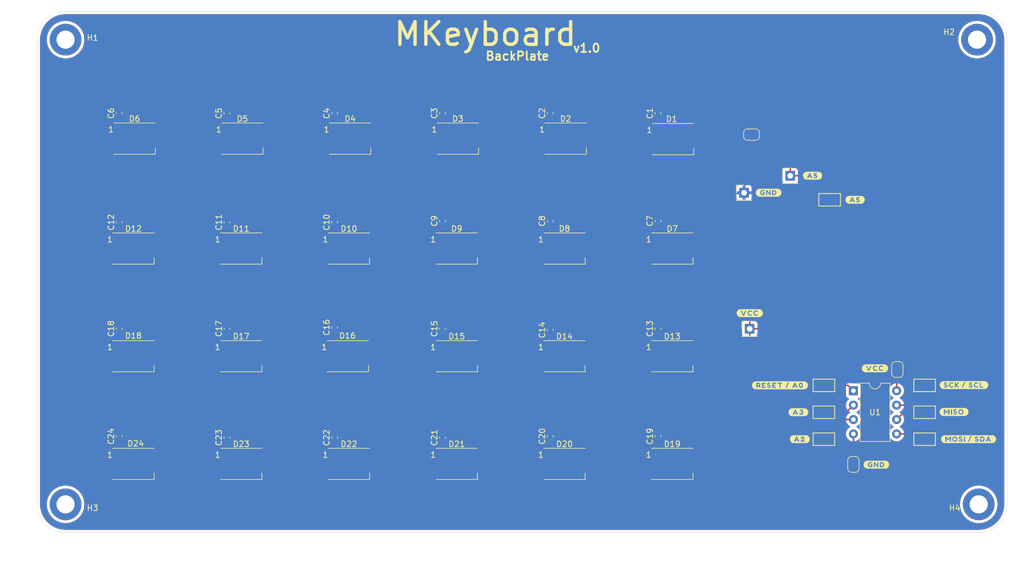
<source format=kicad_pcb>
(kicad_pcb (version 20210228) (generator pcbnew)
  (title_block (title "Macros Keyboard RGB Backplate") (date "2021-04-18") (rev "1.0"))
  (layers (0 "F.Cu" signal) (31 "B.Cu" signal) (34 "B.Paste" user) (35 "F.Paste" user) (36 "B.SilkS" user "B.Silkscreen") (37 "F.SilkS" user "F.Silkscreen") (38 "B.Mask" user) (39 "F.Mask" user) (44 "Edge.Cuts" user))
  (net 0 "")
  (net 1 "Net-(D1-Pad2)")
  (net 2 "VCC")
  (net 3 "GND")
  (net 4 "Net-(D2-Pad2)")
  (net 5 "Net-(D3-Pad2)")
  (net 6 "/A5")
  (net 7 "Net-(D4-Pad2)")
  (net 8 "Net-(D5-Pad2)")
  (net 9 "Net-(D6-Pad2)")
  (net 10 "Net-(D7-Pad2)")
  (net 11 "Net-(D8-Pad2)")
  (net 12 "Net-(D10-Pad4)")
  (net 13 "Net-(D10-Pad2)")
  (net 14 "Net-(D11-Pad2)")
  (net 15 "Net-(D12-Pad2)")
  (net 16 "Net-(D13-Pad2)")
  (net 17 "Net-(D14-Pad2)")
  (net 18 "Net-(D15-Pad2)")
  (net 19 "Net-(D16-Pad2)")
  (net 20 "Net-(D17-Pad2)")
  (net 21 "Net-(D18-Pad2)")
  (net 22 "Net-(D19-Pad2)")
  (net 23 "Net-(D20-Pad2)")
  (net 24 "Net-(D21-Pad2)")
  (net 25 "Net-(D22-Pad2)")
  (net 26 "Net-(D23-Pad2)")
  (net 28 "Net-(D1-Pad4)")
  (net 29 "Net-(TP2-Pad1)")
  (net 30 "Net-(TP3-Pad1)")
  (net 31 "Net-(TP5-Pad1)")
  (net 32 "Net-(TP6-Pad1)")
  (net 33 "Net-(TP7-Pad1)")
  (net 34 "Net-(TP9-Pad1)")
  (net 35 "Net-(TP10-Pad1)")
  (net 36 "Net-(TP11-Pad1)")
  (footprint "Capacitor_SMD:C_0603_1608Metric" (layer "F.Cu") (at 131 64 90)
    (fp_text reference "C3")
    (fp_text value "100nF")
  )
  (footprint "Capacitor_SMD:C_0603_1608Metric" (layer "F.Cu") (at 112 64 90)
    (fp_text reference "C4")
    (fp_text value "100nF")
  )
  (footprint "MountingHole:MountingHole_3.2mm_M3_DIN965_Pad" (layer "F.Cu") (at 64.544875 132.99875)
    (fp_text reference "H3")
    (fp_text value "MountingHole")
  )
  (footprint "LED_SMD:LED_WS2812B_PLCC4_5.0x5.0mm_P3.2mm" (layer "F.Cu") (at 152.51 106.86)
    (fp_text reference "D14")
    (fp_text value "WS2812B")
  )
  (footprint "Capacitor_SMD:C_0603_1608Metric" (layer "F.Cu") (at 150 64 90)
    (fp_text reference "C2")
    (fp_text value "100nF")
  )
  (footprint "" (layer "F.Cu") (at 180.856125 86.36)
    (fp_text reference "")
    (fp_text value "")
  )
  (footprint "Jumper:SolderJumper-2_P1.3mm_Open_RoundedPad1.0x1.5mm" (layer "F.Cu") (at 211.2 109.2 90)
    (fp_text reference "TP2")
    (fp_text value "VCC")
  )
  (footprint "Capacitor_SMD:C_0603_1608Metric" (layer "F.Cu") (at 169 102 90)
    (fp_text reference "C13")
    (fp_text value "100nF")
  )
  (footprint "buzzardLabel" (layer "F.Cu") (at 194 121.5)
    (fp_text reference "")
    (fp_text value "")
  )
  (footprint "LED_SMD:LED_WS2812B_PLCC4_5.0x5.0mm_P3.2mm" (layer "F.Cu") (at 133.51 106.86)
    (fp_text reference "D15")
    (fp_text value "WS2812B")
  )
  (footprint "Capacitor_SMD:C_0603_1608Metric" (layer "F.Cu") (at 150 102.225 90)
    (fp_text reference "C14")
    (fp_text value "100nF")
  )
  (footprint "LED_SMD:LED_WS2812B_PLCC4_5.0x5.0mm_P3.2mm" (layer "F.Cu") (at 114.31 106.86)
    (fp_text reference "D16")
    (fp_text value "WS2812B")
  )
  (footprint "TestPoint:TestPoint_Keystone_5015_Micro-Minature" (layer "F.Cu") (at 216 116.75)
    (fp_text reference "TP6")
    (fp_text value "MISO")
  )
  (footprint "Capacitor_SMD:C_0603_1608Metric" (layer "F.Cu") (at 169 121 90)
    (fp_text reference "C19")
    (fp_text value "100nF")
  )
  (footprint "Capacitor_SMD:C_0603_1608Metric" (layer "F.Cu") (at 74 102 90)
    (fp_text reference "C18")
    (fp_text value "100nF")
  )
  (footprint "Capacitor_SMD:C_0603_1608Metric" (layer "F.Cu") (at 93 121.225 90)
    (fp_text reference "C23")
    (fp_text value "100nF")
  )
  (footprint "LED_SMD:LED_WS2812B_PLCC4_5.0x5.0mm_P3.2mm" (layer "F.Cu") (at 95.51 125.86)
    (fp_text reference "D23")
    (fp_text value "WS2812B")
  )
  (footprint "MountingHole:MountingHole_3.2mm_M3_DIN965_Pad" (layer "F.Cu") (at 225.544875 132.99875)
    (fp_text reference "H4")
    (fp_text value "MountingHole")
  )
  (footprint "LED_SMD:LED_WS2812B_PLCC4_5.0x5.0mm_P3.2mm" (layer "F.Cu") (at 133.71 68.46)
    (fp_text reference "D3")
    (fp_text value "WS2812B")
  )
  (footprint "TestPoint:TestPoint_Keystone_5015_Micro-Minature" (layer "F.Cu") (at 198.25 121.5)
    (fp_text reference "TP10")
    (fp_text value "A2")
  )
  (footprint "" (layer "F.Cu") (at 172.856125 89.36)
    (fp_text reference "")
    (fp_text value "")
  )
  (footprint "Capacitor_SMD:C_0603_1608Metric" (layer "F.Cu") (at 169 83 90)
    (fp_text reference "C7")
    (fp_text value "100nF")
  )
  (footprint "LED_SMD:LED_WS2812B_PLCC4_5.0x5.0mm_P3.2mm" (layer "F.Cu") (at 133.51 87.86)
    (fp_text reference "D9")
    (fp_text value "WS2812B")
  )
  (footprint "Capacitor_SMD:C_0603_1608Metric" (layer "F.Cu") (at 93 64 90)
    (fp_text reference "C5")
    (fp_text value "100nF")
  )
  (footprint "Capacitor_SMD:C_0603_1608Metric" (layer "F.Cu") (at 150 83 90)
    (fp_text reference "C8")
    (fp_text value "100nF")
  )
  (footprint "TestPoint:TestPoint_Keystone_5015_Micro-Minature" (layer "F.Cu") (at 198.25 116.75)
    (fp_text reference "TP9")
    (fp_text value "A3")
  )
  (footprint "TestPoint:TestPoint_Keystone_5015_Micro-Minature" (layer "F.Cu") (at 198.25 112)
    (fp_text reference "TP11")
    (fp_text value "RESET_A0")
  )
  (footprint "buzzardLabel" (layer "F.Cu") (at 221.195 116.695)
    (fp_text reference "")
    (fp_text value "")
  )
  (footprint "LED_SMD:LED_WS2812B_PLCC4_5.0x5.0mm_P3.2mm" (layer "F.Cu") (at 171.51 87.86)
    (fp_text reference "D7")
    (fp_text value "WS2812B")
  )
  (footprint "Capacitor_SMD:C_0603_1608Metric" (layer "F.Cu") (at 74 121 90)
    (fp_text reference "C24")
    (fp_text value "100nF")
  )
  (footprint "buzzardLabel" (layer "F.Cu") (at 190.5 112)
    (fp_text reference "")
    (fp_text value "")
  )
  (footprint "Capacitor_SMD:C_0603_1608Metric" (layer "F.Cu") (at 150 121 90)
    (fp_text reference "C20")
    (fp_text value "100nF")
  )
  (footprint "Capacitor_SMD:C_0603_1608Metric" (layer "F.Cu") (at 112 101.775 90)
    (fp_text reference "C16")
    (fp_text value "100nF")
  )
  (footprint "" (layer "F.Cu") (at 184.17875 83.74875)
    (fp_text reference "")
    (fp_text value "")
  )
  (footprint "LED_SMD:LED_WS2812B_PLCC4_5.0x5.0mm_P3.2mm" (layer "F.Cu") (at 95.71 68.46)
    (fp_text reference "D5")
    (fp_text value "WS2812B")
  )
  (footprint "Capacitor_SMD:C_0603_1608Metric" (layer "F.Cu") (at 112 121.225 90)
    (fp_text reference "C22")
    (fp_text value "100nF")
  )
  (footprint "Capacitor_SMD:C_0603_1608Metric" (layer "F.Cu") (at 169 64 90)
    (fp_text reference "C1")
    (fp_text value "100nF")
  )
  (footprint "buzzardLabel" (layer "F.Cu") (at 203.75 79.25)
    (fp_text reference "")
    (fp_text value "")
  )
  (footprint "TestPoint:TestPoint_Keystone_5015_Micro-Minature" (layer "F.Cu") (at 216 112)
    (fp_text reference "TP7")
    (fp_text value "SCK_SCL")
  )
  (footprint "LED_SMD:LED_WS2812B_PLCC4_5.0x5.0mm_P3.2mm" (layer "F.Cu") (at 171.65 68.55)
    (fp_text reference "D1")
    (fp_text value "WS2812B")
  )
  (footprint "LED_SMD:LED_WS2812B_PLCC4_5.0x5.0mm_P3.2mm" (layer "F.Cu") (at 171.51 125.86)
    (fp_text reference "D19")
    (fp_text value "WS2812B")
  )
  (footprint "MountingHole:MountingHole_3.2mm_M3_DIN965_Pad" (layer "F.Cu") (at 225.244875 50.99875)
    (fp_text reference "H2")
    (fp_text value "MountingHole")
  )
  (footprint "MountingHole:MountingHole_3.2mm_M3_DIN965_Pad" (layer "F.Cu") (at 64.544875 50.99875)
    (fp_text reference "H1")
    (fp_text value "MountingHole")
  )
  (footprint "Jumper:SolderJumper-2_P1.3mm_Open_RoundedPad1.0x1.5mm" (layer "F.Cu") (at 203.45 125.95 -90)
    (fp_text reference "TP3")
    (fp_text value "GND")
  )
  (footprint "Capacitor_SMD:C_0603_1608Metric" (layer "F.Cu") (at 131 121.225 90)
    (fp_text reference "C21")
    (fp_text value "100nF")
  )
  (footprint "Connector_PinHeader_2.54mm:PinHeader_1x01_P2.54mm_Vertical" (layer "F.Cu") (at 185.166125 102.02)
    (fp_text reference "TP1")
    (fp_text value "VCC")
  )
  (footprint "buzzardLabel" (layer "F.Cu") (at 222.945 111.945)
    (fp_text reference "")
    (fp_text value "")
  )
  (footprint "LED_SMD:LED_WS2812B_PLCC4_5.0x5.0mm_P3.2mm" (layer "F.Cu") (at 152.51 87.86)
    (fp_text reference "D8")
    (fp_text value "WS2812B")
  )
  (footprint "LED_SMD:LED_WS2812B_PLCC4_5.0x5.0mm_P3.2mm" (layer "F.Cu") (at 114.51 125.86)
    (fp_text reference "D22")
    (fp_text value "WS2812B")
  )
  (footprint "buzzardLabel" (layer "F.Cu") (at 196.25 75)
    (fp_text reference "")
    (fp_text value "")
  )
  (footprint "LED_SMD:LED_WS2812B_PLCC4_5.0x5.0mm_P3.2mm" (layer "F.Cu") (at 95.51 87.86)
    (fp_text reference "D11")
    (fp_text value "WS2812B")
  )
  (footprint "TestPoint:TestPoint_Keystone_5015_Micro-Minature" (layer "F.Cu") (at 199.25 79.25)
    (fp_text reference "TP13")
    (fp_text value "A5")
  )
  (footprint "LED_SMD:LED_WS2812B_PLCC4_5.0x5.0mm_P3.2mm" (layer "F.Cu") (at 76.51 106.86)
    (fp_text reference "D18")
    (fp_text value "WS2812B")
  )
  (footprint "" (layer "F.Cu") (at 214.234875 144.33875)
    (fp_text reference "")
    (fp_text value "")
  )
  (footprint "LED_SMD:LED_WS2812B_PLCC4_5.0x5.0mm_P3.2mm" (layer "F.Cu") (at 76.51 125.86)
    (fp_text reference "D24")
    (fp_text value "WS2812B")
  )
  (footprint "LED_SMD:LED_WS2812B_PLCC4_5.0x5.0mm_P3.2mm" (layer "F.Cu") (at 152.51 125.86)
    (fp_text reference "D20")
    (fp_text value "WS2812B")
  )
  (footprint "Capacitor_SMD:C_0603_1608Metric" (layer "F.Cu") (at 93 83.225 90)
    (fp_text reference "C11")
    (fp_text value "100nF")
  )
  (footprint "Jumper:SolderJumper-2_P1.3mm_Open_RoundedPad1.0x1.5mm" (layer "F.Cu") (at 185.5 67.75)
    (fp_text reference "TP12")
    (fp_text value "A5")
  )
  (footprint "buzzardLabel" (layer "F.Cu") (at 207.5 126)
    (fp_text reference "")
    (fp_text value "")
  )
  (footprint "Capacitor_SMD:C_0603_1608Metric" (layer "F.Cu") (at 74 83.225 90)
    (fp_text reference "C12")
    (fp_text value "100nF")
  )
  (footprint "LED_SMD:LED_WS2812B_PLCC4_5.0x5.0mm_P3.2mm" (layer "F.Cu") (at 114.51 87.86)
    (fp_text reference "D10")
    (fp_text value "WS2812B")
  )
  (footprint "LED_SMD:LED_WS2812B_PLCC4_5.0x5.0mm_P3.2mm" (layer "F.Cu") (at 76.71 68.46)
    (fp_text reference "D6")
    (fp_text value "WS2812B")
  )
  (footprint "Capacitor_SMD:C_0603_1608Metric" (layer "F.Cu") (at 112 83.225 90)
    (fp_text reference "C10")
    (fp_text value "100nF")
  )
  (footprint "buzzardLabel" (layer "F.Cu") (at 188.5 78)
    (fp_text reference "")
    (fp_text value "")
  )
  (footprint "Connector_PinHeader_2.54mm:PinHeader_1x01_P2.54mm_Vertical" (layer "F.Cu") (at 184.166125 78.02)
    (fp_text reference "TP8")
    (fp_text value "GND")
  )
  (footprint "LED_SMD:LED_WS2812B_PLCC4_5.0x5.0mm_P3.2mm" (layer "F.Cu") (at 171.51 106.86)
    (fp_text reference "D13")
    (fp_text value "WS2812B")
  )
  (footprint "buzzardLabel" (layer "F.Cu") (at 185.18 99.26)
    (fp_text reference "")
    (fp_text value "")
  )
  (footprint "LED_SMD:LED_WS2812B_PLCC4_5.0x5.0mm_P3.2mm" (layer "F.Cu") (at 95.51 106.86)
    (fp_text reference "D17")
    (fp_text value "WS2812B")
  )
  (footprint "Capacitor_SMD:C_0603_1608Metric" (layer "F.Cu") (at 131 83 90)
    (fp_text reference "C9")
    (fp_text value "100nF")
  )
  (footprint "LED_SMD:LED_WS2812B_PLCC4_5.0x5.0mm_P3.2mm" (layer "F.Cu") (at 133.51 125.86)
    (fp_text reference "D21")
    (fp_text value "WS2812B")
  )
  (footprint "Capacitor_SMD:C_0603_1608Metric" (layer "F.Cu") (at 131 102 90)
    (fp_text reference "C15")
    (fp_text value "100nF")
  )
  (footprint "buzzardLabel" (layer "F.Cu") (at 193.75 116.75)
    (fp_text reference "")
    (fp_text value "")
  )
  (footprint "" (layer "F.Cu") (at 173.856125 113.36)
    (fp_text reference "")
    (fp_text value "")
  )
  (footprint "Capacitor_SMD:C_0603_1608Metric" (layer "F.Cu") (at 74 64 90)
    (fp_text reference "C6")
    (fp_text value "100nF")
  )
  (footprint "LED_SMD:LED_WS2812B_PLCC4_5.0x5.0mm_P3.2mm" (layer "F.Cu") (at 76.51 87.86)
    (fp_text reference "D12")
    (fp_text value "WS2812B")
  )
  (footprint "LED_SMD:LED_WS2812B_PLCC4_5.0x5.0mm_P3.2mm" (layer "F.Cu") (at 114.71 68.46)
    (fp_text reference "D4")
    (fp_text value "WS2812B")
  )
  (footprint "" (layer "F.Cu") (at 53.234875 62.33875)
    (fp_text reference "")
    (fp_text value "")
  )
  (footprint "Package_DIP:DIP-8_W7.62mm" (layer "F.Cu") (at 203.45 112.95)
    (fp_text reference "U1")
    (fp_text value "ATtiny85-20P")
  )
  (footprint "" (layer "F.Cu") (at 213.934875 62.33875)
    (fp_text reference "")
    (fp_text value "")
  )
  (footprint "buzzardLabel" (layer "F.Cu") (at 207.25 109)
    (fp_text reference "")
    (fp_text value "")
  )
  (footprint "TestPoint:TestPoint_Keystone_5015_Micro-Minature" (layer "F.Cu") (at 216 121.5)
    (fp_text reference "TP5")
    (fp_text value "MOSI_SDA")
  )
  (footprint "LED_SMD:LED_WS2812B_PLCC4_5.0x5.0mm_P3.2mm" (layer "F.Cu") (at 152.71 68.46)
    (fp_text reference "D2")
    (fp_text value "WS2812B")
  )
  (footprint "" (layer "F.Cu") (at 53.234875 144.33875)
    (fp_text reference "")
    (fp_text value "")
  )
  (footprint "Connector_PinHeader_2.54mm:PinHeader_1x01_P2.54mm_Vertical" (layer "F.Cu") (at 192.31 75.02)
    (fp_text reference "TP4")
    (fp_text value "A5")
  )
  (footprint "buzzardLabel" (layer "F.Cu") (at 223.75 121.5)
    (fp_text reference "")
    (fp_text value "")
  )
  (footprint "Capacitor_SMD:C_0603_1608Metric" (layer "F.Cu") (at 93 102 90)
    (fp_text reference "C17")
    (fp_text value "100nF")
  )
  (gr_line (start 59.544875 50.99875) (end 59.544875 132.99875) (layer "Edge.Cuts") (width 0.05))
  (gr_arc (start 225.544875 50.99875) (end 225.544875 45.99875) (angle 90) (layer "Edge.Cuts") (width 0.05))
  (gr_line (start 64.544875 137.99875) (end 225.544875 137.99875) (layer "Edge.Cuts") (width 0.05))
  (gr_line (start 230.544875 50.99875) (end 230.544875 132.99875) (layer "Edge.Cuts") (width 0.05))
  (gr_arc (start 64.544875 132.99875) (end 64.544875 137.99875) (angle 90) (layer "Edge.Cuts") (width 0.05))
  (gr_arc (start 225.544875 132.99875) (end 230.544875 132.99875) (angle 90) (layer "Edge.Cuts") (width 0.05))
  (gr_arc (start 64.544875 50.99875) (end 59.544875 50.99875) (angle 90) (layer "Edge.Cuts") (width 0.05))
  (gr_line (start 225.544875 45.99875) (end 64.544875 45.99875) (layer "Edge.Cuts") (width 0.05))
  (gr_text "BackPlate" (at 144.21 53.89) (layer "F.SilkS") (effects (font (size 1.5 1.5) (thickness 0.3))))
  (gr_text "MKeyboard" (at 138.544875 49.99875) (layer "F.SilkS") (effects (font (size 4 4) (thickness 0.6))))
  (gr_text "v1.0" (at 156.416125 52.49) (layer "F.SilkS") (effects (font (size 1.5 1.5) (thickness 0.3))))
  (segment (start 158.45 70.15) (end 155.16 66.86) (width 0.25) (layer "F.Cu") (net 1))
  (segment (start 169.2 70.15) (end 158.45 70.15) (width 0.25) (layer "F.Cu") (net 1))
  (segment (start 171 122) (end 172 123) (width 0.25) (layer "F.Cu") (net 2))
  (segment (start 131 83.775) (end 112.225 83.775) (width 0.25) (layer "F.Cu") (net 2))
  (segment (start 184 107) (end 184 108) (width 0.25) (layer "F.Cu") (net 2))
  (segment (start 93 122) (end 74.225 122) (width 0.25) (layer "F.Cu") (net 2))
  (segment (start 131 66.6) (end 131.26 66.86) (width 0.25) (layer "F.Cu") (net 2))
  (segment (start 169 83.775) (end 169 86.2) (width 0.25) (layer "F.Cu") (net 2))
  (segment (start 169 86.2) (end 169.06 86.26) (width 0.25) (layer "F.Cu") (net 2))
  (segment (start 112 84) (end 93 84) (width 0.25) (layer "F.Cu") (net 2))
  (segment (start 93 64.775) (end 93 66.6) (width 0.25) (layer "F.Cu") (net 2))
  (segment (start 131.225 121.775) (end 131 122) (width 0.25) (layer "F.Cu") (net 2))
  (segment (start 169 121.775) (end 150 121.775) (width 0.25) (layer "F.Cu") (net 2))
  (segment (start 150 124.2) (end 150.06 124.26) (width 0.25) (layer "F.Cu") (net 2))
  (segment (start 112 86.2) (end 112.06 86.26) (width 0.25) (layer "F.Cu") (net 2))
  (segment (start 184 124) (end 184 107) (width 0.25) (layer "F.Cu") (net 2))
  (segment (start 131 86.2) (end 131.06 86.26) (width 0.25) (layer "F.Cu") (net 2))
  (segment (start 150.26 65.035) (end 150 64.775) (width 0.25) (layer "F.Cu") (net 2))
  (segment (start 185.166125 89.166125) (end 185.166125 102.02) (width 0.25) (layer "F.Cu") (net 2))
  (segment (start 169 102.775) (end 170.775 102.775) (width 0.25) (layer "F.Cu") (net 2))
  (segment (start 204.65 102) (end 204 102) (width 0.25) (layer "F.Cu") (net 2))
  (segment (start 93 84) (end 93 86.2) (width 0.25) (layer "F.Cu") (net 2))
  (segment (start 185.166125 105.833875) (end 184 107) (width 0.25) (layer "F.Cu") (net 2))
  (segment (start 74 105.2) (end 74.06 105.26) (width 0.25) (layer "F.Cu") (net 2))
  (segment (start 112.26 65.035) (end 112 64.775) (width 0.25) (layer "F.Cu") (net 2))
  (segment (start 150.225 102.775) (end 150 103) (width 0.25) (layer "F.Cu") (net 2))
  (segment (start 112.225 83.775) (end 112 84) (width 0.25) (layer "F.Cu") (net 2))
  (segment (start 93 86.2) (end 93.06 86.26) (width 0.25) (layer "F.Cu") (net 2))
  (segment (start 169 64.775) (end 203.775 64.775) (width 0.25) (layer "F.Cu") (net 2))
  (segment (start 150 64.775) (end 131 64.775) (width 0.25) (layer "F.Cu") (net 2))
  (segment (start 207 99) (end 203.98 102.02) (width 0.25) (layer "F.Cu") (net 2))
  (segment (start 74 102.775) (end 74 105.2) (width 0.25) (layer "F.Cu") (net 2))
  (segment (start 93 105.2) (end 93.06 105.26) (width 0.25) (layer "F.Cu") (net 2))
  (segment (start 173 126) (end 182 126) (width 0.25) (layer "F.Cu") (net 2))
  (segment (start 74.26 65.035) (end 74 64.775) (width 0.25) (layer "F.Cu") (net 2))
  (segment (start 112 122) (end 93 122) (width 0.25) (layer "F.Cu") (net 2))
  (segment (start 172 123) (end 172 125) (width 0.25) (layer "F.Cu") (net 2))
  (segment (start 131 124.2) (end 131.06 124.26) (width 0.25) (layer "F.Cu") (net 2))
  (segment (start 170.775 121.775) (end 171 122) (width 0.25) (layer "F.Cu") (net 2))
  (segment (start 203.98 102.02) (end 185.166125 102.02) (width 0.25) (layer "F.Cu") (net 2))
  (segment (start 74 64.775) (end 93 64.775) (width 0.25) (layer "F.Cu") (net 2))
  (segment (start 74 84) (end 74 86.2) (width 0.25) (layer "F.Cu") (net 2))
  (segment (start 112 124.2) (end 112.06 124.26) (width 0.25) (layer "F.Cu") (net 2))
  (segment (start 169 64.775) (end 150 64.775) (width 0.25) (layer "F.Cu") (net 2))
  (segment (start 150 83.775) (end 131 83.775) (width 0.25) (layer "F.Cu") (net 2))
  (segment (start 131 64.775) (end 131 66.6) (width 0.25) (layer "F.Cu") (net 2))
  (segment (start 131 64.775) (end 112 64.775) (width 0.25) (layer "F.Cu") (net 2))
  (segment (start 131 83.775) (end 131 86.2) (width 0.25) (layer "F.Cu") (net 2))
  (segment (start 169 83.775) (end 150 83.775) (width 0.25) (layer "F.Cu") (net 2))
  (segment (start 74.225 122) (end 74 121.775) (width 0.25) (layer "F.Cu") (net 2))
  (segment (start 93 122) (end 93 124.2) (width 0.25) (layer "F.Cu") (net 2))
  (segment (start 112 102.55) (end 112 105.12) (width 0.25) (layer "F.Cu") (net 2))
  (segment (start 74 121.775) (end 74 124.2) (width 0.25) (layer "F.Cu") (net 2))
  (segment (start 150 121.775) (end 150 124.2) (width 0.25) (layer "F.Cu") (net 2))
  (segment (start 169.06 105.26) (end 169.06 102.835) (width 0.25) (layer "F.Cu") (net 2))
  (segment (start 150.26 66.86) (end 150.26 65.035) (width 0.25) (layer "F.Cu") (net 2))
  (segment (start 93 102.775) (end 93 105.2) (width 0.25) (layer "F.Cu") (net 2))
  (segment (start 93.225 102.55) (end 93 102.775) (width 0.25) (layer "F.Cu") (net 2))
  (segment (start 172 85) (end 172 87) (width 0.25) (layer "F.Cu") (net 2))
  (segment (start 93 102.775) (end 74 102.775) (width 0.25) (layer "F.Cu") (net 2))
  (segment (start 172 125) (end 173 126) (width 0.25) (layer "F.Cu") (net 2))
  (segment (start 131 122) (end 131 124.2) (width 0.25) (layer "F.Cu") (net 2))
  (segment (start 150 103) (end 131.225 103) (width 0.25) (layer "F.Cu") (net 2))
  (segment (start 169.06 102.835) (end 169 102.775) (width 0.25) (layer "F.Cu") (net 2))
  (segment (start 93 66.6) (end 93.26 66.86) (width 0.25) (layer "F.Cu") (net 2))
  (segment (start 184 107) (end 172 107) (width 0.25) (layer "F.Cu") (net 2))
  (segment (start 112 122) (end 112 124.2) (width 0.25) (layer "F.Cu") (net 2))
  (segment (start 204 102) (end 203.98 102.02) (width 0.25) (layer "F.Cu") (net 2))
  (segment (start 182 126) (end 184 124) (width 0.25) (layer "F.Cu") (net 2))
  (segment (start 112.225 102.775) (end 112 102.55) (width 0.25) (layer "F.Cu") (net 2))
  (segment (start 150 103) (end 150 105.2) (width 0.25) (layer "F.Cu") (net 2))
  (segment (start 184 88) (end 185.166125 89.166125) (width 0.25) (layer "F.Cu") (net 2))
  (segment (start 131 102.775) (end 131 105.2) (width 0.25) (layer "F.Cu") (net 2))
  (segment (start 74 86.2) (end 74.06 86.26) (width 0.25) (layer "F.Cu") (net 2))
  (segment (start 169 124.2) (end 169.06 124.26) (width 0.25) (layer "F.Cu") (net 2))
  (segment (start 185.166125 102.02) (end 185.166125 105.833875) (width 0.25) (layer "F.Cu") (net 2))
  (segment (start 169 121.775) (end 170.775 121.775) (width 0.25) (layer "F.Cu") (net 2))
  (segment (start 169.2 66.95) (end 169.2 64.975) (width 0.25) (layer "F.Cu") (net 2))
  (segment (start 74.26 66.86) (end 74.26 65.035) (width 0.25) (layer "F.Cu") (net 2))
  (segment (start 112 84) (end 112 86.2) (width 0.25) (layer "F.Cu") (net 2))
  (segment (start 112 105.12) (end 111.86 105.26) (width 0.25) (layer "F.Cu") (net 2))
  (segment (start 169 102.775) (end 150.225 102.775) (width 0.25) (layer "F.Cu") (net 2))
  (segment (start 93 124.2) (end 93.06 124.26) (width 0.25) (layer "F.Cu") (net 2))
  (segment (start 131 122) (end 112 122) (width 0.25) (layer "F.Cu") (net 2))
  (segment (start 112.26 66.86) (end 112.26 65.035) (width 0.25) (layer "F.Cu") (net 2))
  (segment (start 150 121.775) (end 131.225 121.775) (width 0.25) (layer "F.Cu") (net 2))
  (segment (start 203.775 64.775) (end 207 68) (width 0.25) (layer "F.Cu") (net 2))
  (segment (start 150 105.2) (end 150.06 105.26) (width 0.25) (layer "F.Cu") (net 2))
  (segment (start 131.225 103) (end 131 102.775) (width 0.25) (layer "F.Cu") (net 2))
  (segment (start 169 121.775) (end 169 124.2) (width 0.25) (layer "F.Cu") (net 2))
  (segment (start 172 107) (end 171 106) (width 0.25) (layer "F.Cu") (net 2))
  (segment (start 74 124.2) (end 74.06 124.26) (width 0.25) (layer "F.Cu") (net 2))
  (segment (start 112 64.775) (end 93 64.775) (width 0.25) (layer "F.Cu") (net 2))
  (segment (start 172 87) (end 173 88) (width 0.25) (layer "F.Cu") (net 2))
  (segment (start 93 84) (end 74 84) (width 0.25) (layer "F.Cu") (net 2))
  (segment (start 173 88) (end 184 88) (width 0.25) (layer "F.Cu") (net 2))
  (segment (start 150 86.2) (end 150.06 86.26) (width 0.25) (layer "F.Cu") (net 2))
  (segment (start 207 68) (end 207 99) (width 0.25) (layer "F.Cu") (net 2))
  (segment (start 131 105.2) (end 131.06 105.26) (width 0.25) (layer "F.Cu") (net 2))
  (segment (start 169.2 64.975) (end 169 64.775) (width 0.25) (layer "F.Cu") (net 2))
  (segment (start 170.775 83.775) (end 172 85) (width 0.25) (layer "F.Cu") (net 2))
  (segment (start 112 102.55) (end 93.225 102.55) (width 0.25) (layer "F.Cu") (net 2))
  (segment (start 211.2 108.55) (end 204.65 102) (width 0.25) (layer "F.Cu") (net 2))
  (segment (start 169 83.775) (end 170.775 83.775) (width 0.25) (layer "F.Cu") (net 2))
  (segment (start 131 102.775) (end 112.225 102.775) (width 0.25) (layer "F.Cu") (net 2))
  (segment (start 171 103) (end 171 106) (width 0.25) (layer "F.Cu") (net 2))
  (segment (start 170.775 102.775) (end 171 103) (width 0.25) (layer "F.Cu") (net 2))
  (segment (start 150 83.775) (end 150 86.2) (width 0.25) (layer "F.Cu") (net 2))
  (segment (start 139.36 70.06) (end 136.16 66.86) (width 0.25) (layer "F.Cu") (net 4))
  (segment (start 150.26 70.06) (end 139.36 70.06) (width 0.25) (layer "F.Cu") (net 4))
  (segment (start 120.36 70.06) (end 117.16 66.86) (width 0.25) (layer "F.Cu") (net 5))
  (segment (start 131.26 70.06) (end 120.36 70.06) (width 0.25) (layer "F.Cu") (net 5))
  (segment (start 192.31 75.02) (end 198.02 75.02) (width 0.25) (layer "F.Cu") (net 6))
  (segment (start 199.25 76.25) (end 199.25 79.25) (width 0.25) (layer "F.Cu") (net 6))
  (segment (start 190.75 67.75) (end 192.31 69.31) (width 0.25) (layer "F.Cu") (net 6))
  (segment (start 198.02 75.02) (end 199.25 76.25) (width 0.25) (layer "F.Cu") (net 6))
  (segment (start 192.31 69.31) (end 192.31 75.02) (width 0.25) (layer "F.Cu") (net 6))
  (segment (start 186.15 67.75) (end 190.75 67.75) (width 0.25) (layer "F.Cu") (net 6))
  (segment (start 101.36 70.06) (end 98.16 66.86) (width 0.25) (layer "F.Cu") (net 7))
  (segment (start 112.26 70.06) (end 101.36 70.06) (width 0.25) (layer "F.Cu") (net 7))
  (segment (start 82.36 70.06) (end 79.16 66.86) (width 0.25) (layer "F.Cu") (net 8))
  (segment (start 93.26 70.06) (end 82.36 70.06) (width 0.25) (layer "F.Cu") (net 8))
  (segment (start 173 77) (end 76 77) (width 0.25) (layer "F.Cu") (net 9))
  (segment (start 173.96 86.26) (end 173.96 77.96) (width 0.25) (layer "F.Cu") (net 9))
  (segment (start 173.96 77.96) (end 173 77) (width 0.25) (layer "F.Cu") (net 9))
  (segment (start 76 77) (end 74.26 75.26) (width 0.25) (layer "F.Cu") (net 9))
  (segment (start 74.26 75.26) (end 74.26 70.06) (width 0.25) (layer "F.Cu") (net 9))
  (segment (start 169.06 89.46) (end 158.16 89.46) (width 0.25) (layer "F.Cu") (net 10))
  (segment (start 158.16 89.46) (end 154.96 86.26) (width 0.25) (layer "F.Cu") (net 10))
  (segment (start 139.16 89.46) (end 135.96 86.26) (width 0.25) (layer "F.Cu") (net 11))
  (segment (start 150.06 89.46) (end 139.16 89.46) (width 0.25) (layer "F.Cu") (net 11))
  (segment (start 131.06 89.46) (end 120.16 89.46) (width 0.25) (layer "F.Cu") (net 12))
  (segment (start 120.16 89.46) (end 116.96 86.26) (width 0.25) (layer "F.Cu") (net 12))
  (segment (start 112.06 89.46) (end 101.16 89.46) (width 0.25) (layer "F.Cu") (net 13))
  (segment (start 101.16 89.46) (end 97.96 86.26) (width 0.25) (layer "F.Cu") (net 13))
  (segment (start 93.06 89.46) (end 82.16 89.46) (width 0.25) (layer "F.Cu") (net 14))
  (segment (start 82.16 89.46) (end 78.96 86.26) (width 0.25) (layer "F.Cu") (net 14))
  (segment (start 173.96 98.96) (end 171 96) (width 0.25) (layer "F.Cu") (net 15))
  (segment (start 171 96) (end 76 96) (width 0.25) (layer "F.Cu") (net 15))
  (segment (start 74.06 94.06) (end 74.06 89.46) (width 0.25) (layer "F.Cu") (net 15))
  (segment (start 173.96 105.26) (end 173.96 98.96) (width 0.25) (layer "F.Cu") (net 15))
  (segment (start 76 96) (end 74.06 94.06) (width 0.25) (layer "F.Cu") (net 15))
  (segment (start 169.06 108.46) (end 158.16 108.46) (width 0.25) (layer "F.Cu") (net 16))
  (segment (start 158.16 108.46) (end 154.96 105.26) (width 0.25) (layer "F.Cu") (net 16))
  (segment (start 150.06 108.46) (end 139.16 108.46) (width 0.25) (layer "F.Cu") (net 17))
  (segment (start 139.16 108.46) (end 135.96 105.26) (width 0.25) (layer "F.Cu") (net 17))
  (segment (start 119.96 108.46) (end 116.76 105.26) (width 0.25) (layer "F.Cu") (net 18))
  (segment (start 131.06 108.46) (end 119.96 108.46) (width 0.25) (layer "F.Cu") (net 18))
  (segment (start 111.86 108.46) (end 101.16 108.46) (width 0.25) (layer "F.Cu") (net 19))
  (segment (start 101.16 108.46) (end 97.96 105.26) (width 0.25) (layer "F.Cu") (net 19))
  (segment (start 93.06 108.46) (end 82.16 108.46) (width 0.25) (layer "F.Cu") (net 20))
  (segment (start 82.16 108.46) (end 78.96 105.26) (width 0.25) (layer "F.Cu") (net 20))
  (segment (start 77 115) (end 74.06 112.06) (width 0.25) (layer "F.Cu") (net 21))
  (segment (start 74.06 112.06) (end 74.06 108.46) (width 0.25) (layer "F.Cu") (net 21))
  (segment (start 173.96 116.96) (end 172 115) (width 0.25) (layer "F.Cu") (net 21))
  (segment (start 172 115) (end 77 115) (width 0.25) (layer "F.Cu") (net 21))
  (segment (start 173.96 124.26) (end 173.96 116.96) (width 0.25) (layer "F.Cu") (net 21))
  (segment (start 158.16 127.46) (end 154.96 124.26) (width 0.25) (layer "F.Cu") (net 22))
  (segment (start 169.06 127.46) (end 158.16 127.46) (width 0.25) (layer "F.Cu") (net 22))
  (segment (start 150.06 127.46) (end 139.16 127.46) (width 0.25) (layer "F.Cu") (net 23))
  (segment (start 139.16 127.46) (end 135.96 124.26) (width 0.25) (layer "F.Cu") (net 23))
  (segment (start 120.16 127.46) (end 116.96 124.26) (width 0.25) (layer "F.Cu") (net 24))
  (segment (start 131.06 127.46) (end 120.16 127.46) (width 0.25) (layer "F.Cu") (net 24))
  (segment (start 112.06 127.46) (end 101.16 127.46) (width 0.25) (layer "F.Cu") (net 25))
  (segment (start 101.16 127.46) (end 97.96 124.26) (width 0.25) (layer "F.Cu") (net 25))
  (segment (start 93.06 127.46) (end 82.16 127.46) (width 0.25) (layer "F.Cu") (net 26))
  (segment (start 82.16 127.46) (end 78.96 124.26) (width 0.25) (layer "F.Cu") (net 26))
  (segment (start 184.05 66.95) (end 174.1 66.95) (width 0.25) (layer "F.Cu") (net 28))
  (segment (start 184.85 67.75) (end 184.05 66.95) (width 0.25) (layer "F.Cu") (net 28))
  (segment (start 211.07 109.98) (end 211.2 109.85) (width 0.25) (layer "F.Cu") (net 29))
  (segment (start 211.07 112.95) (end 211.07 109.98) (width 0.25) (layer "F.Cu") (net 29))
  (segment (start 203.45 120.57) (end 203.45 125.3) (width 0.25) (layer "F.Cu") (net 30))
  (segment (start 211.07 120.57) (end 215.07 120.57) (width 0.25) (layer "F.Cu") (net 31))
  (segment (start 215.07 120.57) (end 216 121.5) (width 0.25) (layer "F.Cu") (net 31))
  (segment (start 216 116.75) (end 212.35 116.75) (width 0.25) (layer "F.Cu") (net 32))
  (segment (start 212.35 116.75) (end 211.07 118.03) (width 0.25) (layer "F.Cu") (net 32))
  (segment (start 211.07 115.49) (end 212.51 115.49) (width 0.25) (layer "F.Cu") (net 33))
  (segment (start 212.51 115.49) (end 216 112) (width 0.25) (layer "F.Cu") (net 33))
  (segment (start 202.19 116.75) (end 203.45 115.49) (width 0.25) (layer "F.Cu") (net 34))
  (segment (start 198.25 116.75) (end 202.19 116.75) (width 0.25) (layer "F.Cu") (net 34))
  (segment (start 201.72 118.03) (end 203.45 118.03) (width 0.25) (layer "F.Cu") (net 35))
  (segment (start 198.25 121.5) (end 201.72 118.03) (width 0.25) (layer "F.Cu") (net 35))
  (segment (start 202.5 112) (end 203.45 112.95) (width 0.25) (layer "F.Cu") (net 36))
  (segment (start 198.25 112) (end 202.5 112) (width 0.25) (layer "F.Cu") (net 36))
  (zone (net 3) (net_name "GND") (layers F&B.Cu) (connect_pads (clearance 0.508)) (min_thickness 0.254) (fill yes (thermal_gap 0.508) (thermal_bridge_width 0.508) (island_removal_mode 1) (island_area_min 0))
    (polygon (pts (xy 58.544875 138.99875) (xy 233.544875 138.99875) (xy 233.544875 43.99875) (xy 58.544875 43.99875)))
  )
)
</source>
